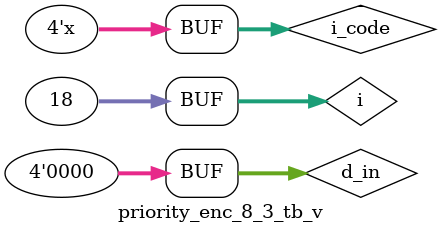
<source format=v>

`timescale 1ms/1ms

module priority_enc_8_3_tb_v;
  
  reg  [3:0] i_code;
  wire [1:0] o_code;
  wire       o_valid;  
  
  // reg i_a, i_b, i_c, i_d;
  reg [3:0] d_in = 4'b0000;
  integer i;
  
  // duv port map options:
  // priority_enc_8_3_v__no_always duv (.i_code(i_code), .o_code(o_code), .o_valid(o_valid)); 
  priority_enc_8_3_v__always duv (.i_code(i_code), .o_code(o_code), .o_valid(o_valid)); 
  
  //procedure statement
  initial begin

      
      
      for (i = 0 ; i < 18 ; i = i + 1) begin
        #1000 i_code = d_in;
        // #1000 o_code[0] = d_in[0]; o_code[1] = d_in[1]; o_code[2] = d_in[]; i_d = d_in[4];
        d_in = d_in + 1;
      end
          
    end

endmodule

</source>
